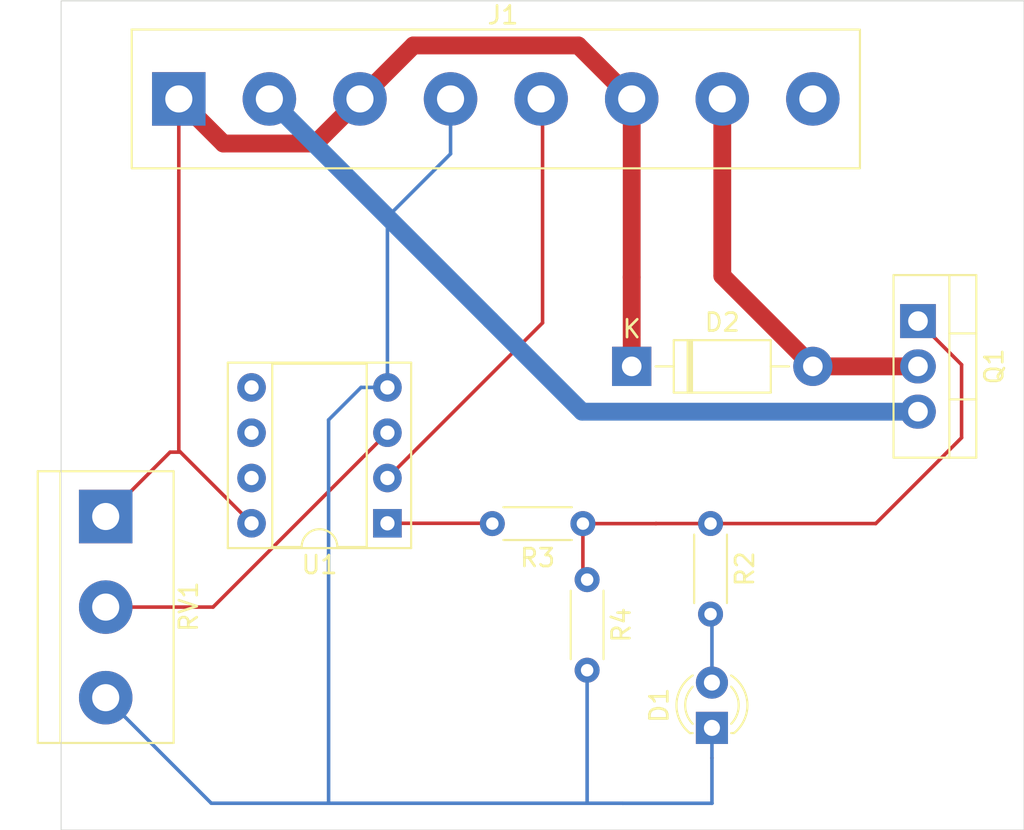
<source format=kicad_pcb>
(kicad_pcb (version 20240108) (generator "pcbnew") (generator_version "8.0")
  (layers (0 "F.Cu" signal) (31 "B.Cu" signal) (34 "B.Paste" user) (35 "F.Paste" user) (36 "B.SilkS" user "B.Silkscreen") (37 "F.SilkS" user "F.Silkscreen") (38 "B.Mask" user) (39 "F.Mask" user) (44 "Edge.Cuts" user))
  (net 0 "")
  (net 1 "/COIL-")
  (net 3 "GND")
  (net 4 "/HALL_OUT")
  (net 5 "Net-(Q1-G)")
  (net 6 "Net-(R3-Pad2)")
  (net 7 "Net-(D1-A)")
  (net 8 "Net-(U1A-+)")
  (net 9 "VCC")
  (footprint "Resistor_THT:R_Axial_DIN0204_L3.6mm_D1.6mm_P5.08mm_Horizontal" (layer "F.Cu") (at 57.922038 82.813918 -90)
    (property "Reference" "R2" (at 2.54 -1.92 90) (layer "F.SilkS"))
    (property "Value" "1k8")
    (fp_line (start 0.62 0.92) (end 4.46 0.92) (stroke (width 0.12)) (layer "F.SilkS"))
    (fp_line (start 0.62 -0.92) (end 4.46 -0.92) (stroke (width 0.12)) (layer "F.SilkS"))
    (pad "1" thru_hole circle (at 0 0 270) (size 1.4 1.4) (drill 0.7) (layers "*.Cu" "*.Mask") (net 5 "Net-(Q1-G)"))
    (pad "2" thru_hole oval (at 5.08 0 270) (size 1.4 1.4) (drill 0.7) (layers "*.Cu" "*.Mask") (net 7 "Net-(D1-A)"))
  )
  (footprint "LED_THT:LED_D3.0mm" (layer "F.Cu") (at 58 94.275 90)
    (property "Reference" "D1" (at 1.27 -2.96 90) (layer "F.SilkS"))
    (property "Value" "LED")
    (fp_line (start -0.29 -1.236) (end -0.29 -1.08) (stroke (width 0.12)) (layer "F.SilkS"))
    (fp_line (start -0.29 1.08) (end -0.29 1.236) (stroke (width 0.12)) (layer "F.SilkS"))
    (fp_arc (start -0.29 -1.235516) (mid 1.366487 -1.987659) (end 2.942335 -1.078608) (stroke (width 0.12)) (layer "F.SilkS"))
    (fp_arc (start 0.229039 -1.08) (mid 1.270117 -1.5) (end 2.31113 -1.079837) (stroke (width 0.12)) (layer "F.SilkS"))
    (fp_arc (start 2.942335 1.078608) (mid 1.366487 1.987659) (end -0.29 1.235516) (stroke (width 0.12)) (layer "F.SilkS"))
    (fp_arc (start 2.31113 1.079837) (mid 1.270117 1.5) (end 0.229039 1.08) (stroke (width 0.12)) (layer "F.SilkS"))
    (pad "1" thru_hole rect (at 0 0 90) (size 1.8 1.8) (drill 0.9) (layers "*.Cu" "*.Mask") (net 3 "GND"))
    (pad "2" thru_hole circle (at 2.54 0 90) (size 1.8 1.8) (drill 0.9) (layers "*.Cu" "*.Mask") (net 7 "Net-(D1-A)"))
  )
  (footprint "TerminalBlock:TerminalBlock_bornier-8_P5.08mm" (layer "F.Cu") (at 28.1 59)
    (property "Reference" "J1" (at 18.18 -4.7 0) (layer "F.SilkS"))
    (property "Value" "Screw_Terminal_01x08")
    (fp_rect (start -2.64 -3.89) (end 38.2 3.89) (stroke (width 0.12)) (fill none) (layer "F.SilkS"))
    (pad "1" thru_hole rect (at 0 0) (size 3 3) (drill 1.52) (layers "*.Cu" "*.Mask") (net 9 "VCC"))
    (pad "2" thru_hole circle (at 5.08 0) (size 3 3) (drill 1.52) (layers "*.Cu" "*.Mask") (net 3 "GND"))
    (pad "3" thru_hole circle (at 10.16 0) (size 3 3) (drill 1.52) (layers "*.Cu" "*.Mask") (net 9 "VCC"))
    (pad "4" thru_hole circle (at 15.24 0) (size 3 3) (drill 1.52) (layers "*.Cu" "*.Mask") (net 3 "GND"))
    (pad "5" thru_hole circle (at 20.32 0) (size 3 3) (drill 1.52) (layers "*.Cu" "*.Mask") (net 4 "/HALL_OUT"))
    (pad "6" thru_hole circle (at 25.4 0) (size 3 3) (drill 1.52) (layers "*.Cu" "*.Mask") (net 9 "VCC"))
    (pad "7" thru_hole circle (at 30.48 0) (size 3 3) (drill 1.52) (layers "*.Cu" "*.Mask") (net 1 "/COIL-"))
    (pad "8" thru_hole circle (at 35.56 0) (size 3 3) (drill 1.52) (layers "*.Cu" "*.Mask"))
  )
  (footprint "Diode_THT:D_DO-41_SOD81_P10.16mm_Horizontal" (layer "F.Cu") (at 53.5 74)
    (property "Reference" "D2" (at 5.08 -2.47 0) (layer "F.SilkS"))
    (property "Value" "1N4007")
    (fp_line (start 1.34 0) (end 2.36 0) (stroke (width 0.12)) (layer "F.SilkS"))
    (fp_line (start 2.36 -1.47) (end 2.36 1.47) (stroke (width 0.12)) (layer "F.SilkS"))
    (fp_line (start 2.36 1.47) (end 7.8 1.47) (stroke (width 0.12)) (layer "F.SilkS"))
    (fp_line (start 3.14 -1.47) (end 3.14 1.47) (stroke (width 0.12)) (layer "F.SilkS"))
    (fp_line (start 3.26 -1.47) (end 3.26 1.47) (stroke (width 0.12)) (layer "F.SilkS"))
    (fp_line (start 3.38 -1.47) (end 3.38 1.47) (stroke (width 0.12)) (layer "F.SilkS"))
    (fp_line (start 7.8 -1.47) (end 2.36 -1.47) (stroke (width 0.12)) (layer "F.SilkS"))
    (fp_line (start 7.8 1.47) (end 7.8 -1.47) (stroke (width 0.12)) (layer "F.SilkS"))
    (fp_line (start 8.82 0) (end 7.8 0) (stroke (width 0.12)) (layer "F.SilkS"))
    (fp_text user "K" (at 0 -2.1 0) (layer "F.SilkS"))
    (pad "1" thru_hole rect (at 0 0) (size 2.2 2.2) (drill 1.1) (layers "*.Cu" "*.Mask") (net 9 "VCC"))
    (pad "2" thru_hole oval (at 10.16 0) (size 2.2 2.2) (drill 1.1) (layers "*.Cu" "*.Mask") (net 1 "/COIL-"))
  )
  (footprint "TerminalBlock:TerminalBlock_bornier-3_P5.08mm" (layer "F.Cu") (at 24 82.42 -90)
    (property "Reference" "RV1" (at 5.05 -4.65 90) (layer "F.SilkS"))
    (property "Value" "R10k")
    (fp_line (start -2.54 3.81) (end 12.7 3.81) (stroke (width 0.12)) (layer "F.SilkS"))
    (fp_line (start -2.54 3.81) (end -2.54 -3.81) (stroke (width 0.12)) (layer "F.SilkS"))
    (fp_line (start 12.7 3.81) (end 12.7 -3.81) (stroke (width 0.12)) (layer "F.SilkS"))
    (fp_line (start -2.54 2.54) (end 12.7 2.54) (stroke (width 0.12)) (layer "F.SilkS"))
    (fp_line (start -2.54 -3.81) (end 12.7 -3.81) (stroke (width 0.12)) (layer "F.SilkS"))
    (pad "1" thru_hole rect (at 0 0 270) (size 3 3) (drill 1.52) (layers "*.Cu" "*.Mask") (net 9 "VCC"))
    (pad "2" thru_hole circle (at 5.08 0 270) (size 3 3) (drill 1.52) (layers "*.Cu" "*.Mask") (net 8 "Net-(U1A-+)"))
    (pad "3" thru_hole circle (at 10.16 0 270) (size 3 3) (drill 1.52) (layers "*.Cu" "*.Mask") (net 3 "GND"))
  )
  (footprint "Package_DIP:DIP-8_W7.62mm_Socket" (layer "F.Cu") (at 39.8 82.8 180)
    (property "Reference" "U1" (at 3.81 -2.33 180) (layer "F.SilkS"))
    (property "Value" "LM358")
    (fp_line (start 8.95 9.01) (end 8.95 -1.39) (stroke (width 0.12)) (layer "F.SilkS"))
    (fp_line (start 8.95 -1.39) (end -1.33 -1.39) (stroke (width 0.12)) (layer "F.SilkS"))
    (fp_line (start 6.46 8.95) (end 6.46 -1.33) (stroke (width 0.12)) (layer "F.SilkS"))
    (fp_line (start 6.46 -1.33) (end 4.81 -1.33) (stroke (width 0.12)) (layer "F.SilkS"))
    (fp_line (start 2.81 -1.33) (end 1.16 -1.33) (stroke (width 0.12)) (layer "F.SilkS"))
    (fp_line (start 1.16 8.95) (end 6.46 8.95) (stroke (width 0.12)) (layer "F.SilkS"))
    (fp_line (start 1.16 -1.33) (end 1.16 8.95) (stroke (width 0.12)) (layer "F.SilkS"))
    (fp_line (start -1.33 9.01) (end 8.95 9.01) (stroke (width 0.12)) (layer "F.SilkS"))
    (fp_line (start -1.33 -1.39) (end -1.33 9.01) (stroke (width 0.12)) (layer "F.SilkS"))
    (fp_arc (start 4.81 -1.33) (mid 3.81 -0.33) (end 2.81 -1.33) (stroke (width 0.12)) (layer "F.SilkS"))
    (pad "1" thru_hole rect (at 0 0 180) (size 1.6 1.6) (drill 0.8) (layers "*.Cu" "*.Mask") (net 6 "Net-(R3-Pad2)"))
    (pad "2" thru_hole oval (at 0 2.54 180) (size 1.6 1.6) (drill 0.8) (layers "*.Cu" "*.Mask") (net 4 "/HALL_OUT"))
    (pad "3" thru_hole oval (at 0 5.08 180) (size 1.6 1.6) (drill 0.8) (layers "*.Cu" "*.Mask") (net 8 "Net-(U1A-+)"))
    (pad "4" thru_hole oval (at 0 7.62 180) (size 1.6 1.6) (drill 0.8) (layers "*.Cu" "*.Mask") (net 3 "GND"))
    (pad "5" thru_hole oval (at 7.62 7.62 180) (size 1.6 1.6) (drill 0.8) (layers "*.Cu" "*.Mask"))
    (pad "6" thru_hole oval (at 7.62 5.08 180) (size 1.6 1.6) (drill 0.8) (layers "*.Cu" "*.Mask"))
    (pad "7" thru_hole oval (at 7.62 2.54 180) (size 1.6 1.6) (drill 0.8) (layers "*.Cu" "*.Mask"))
    (pad "8" thru_hole oval (at 7.62 0 180) (size 1.6 1.6) (drill 0.8) (layers "*.Cu" "*.Mask") (net 9 "VCC"))
  )
  (footprint "Resistor_THT:R_Axial_DIN0204_L3.6mm_D1.6mm_P5.08mm_Horizontal" (layer "F.Cu") (at 50.762432 82.817645 180)
    (property "Reference" "R3" (at 2.54 -1.92 180) (layer "F.SilkS"))
    (property "Value" "100")
    (fp_line (start 0.62 0.92) (end 4.46 0.92) (stroke (width 0.12)) (layer "F.SilkS"))
    (fp_line (start 0.62 -0.92) (end 4.46 -0.92) (stroke (width 0.12)) (layer "F.SilkS"))
    (pad "1" thru_hole circle (at 0 0 180) (size 1.4 1.4) (drill 0.7) (layers "*.Cu" "*.Mask") (net 5 "Net-(Q1-G)"))
    (pad "2" thru_hole oval (at 5.08 0 180) (size 1.4 1.4) (drill 0.7) (layers "*.Cu" "*.Mask") (net 6 "Net-(R3-Pad2)"))
  )
  (footprint "Resistor_THT:R_Axial_DIN0204_L3.6mm_D1.6mm_P5.08mm_Horizontal" (layer "F.Cu") (at 51 85.96 -90)
    (property "Reference" "R4" (at 2.54 -1.92 90) (layer "F.SilkS"))
    (property "Value" "10k")
    (fp_line (start 0.62 0.92) (end 4.46 0.92) (stroke (width 0.12)) (layer "F.SilkS"))
    (fp_line (start 0.62 -0.92) (end 4.46 -0.92) (stroke (width 0.12)) (layer "F.SilkS"))
    (pad "1" thru_hole circle (at 0 0 270) (size 1.4 1.4) (drill 0.7) (layers "*.Cu" "*.Mask") (net 5 "Net-(Q1-G)"))
    (pad "2" thru_hole oval (at 5.08 0 270) (size 1.4 1.4) (drill 0.7) (layers "*.Cu" "*.Mask") (net 3 "GND"))
  )
  (footprint "Package_TO_SOT_THT:TO-220-3_Vertical" (layer "F.Cu") (at 69.555 71.46 -90)
    (property "Reference" "Q1" (at 2.54 -4.27 90) (layer "F.SilkS"))
    (property "Value" "AOD4184A")
    (fp_line (start -2.58 1.371) (end 7.66 1.371) (stroke (width 0.12)) (layer "F.SilkS"))
    (fp_line (start -2.58 -1.76) (end 7.66 -1.76) (stroke (width 0.12)) (layer "F.SilkS"))
    (fp_line (start -2.58 -3.27) (end -2.58 1.371) (stroke (width 0.12)) (layer "F.SilkS"))
    (fp_line (start -2.58 -3.27) (end 7.66 -3.27) (stroke (width 0.12)) (layer "F.SilkS"))
    (fp_line (start 0.69 -3.27) (end 0.69 -1.76) (stroke (width 0.12)) (layer "F.SilkS"))
    (fp_line (start 4.391 -3.27) (end 4.391 -1.76) (stroke (width 0.12)) (layer "F.SilkS"))
    (fp_line (start 7.66 -3.27) (end 7.66 1.371) (stroke (width 0.12)) (layer "F.SilkS"))
    (pad "1" thru_hole rect (at 0 0 270) (size 1.905 2) (drill 1.1) (layers "*.Cu" "*.Mask") (net 5 "Net-(Q1-G)"))
    (pad "2" thru_hole oval (at 2.54 0 270) (size 1.905 2) (drill 1.1) (layers "*.Cu" "*.Mask") (net 1 "/COIL-"))
    (pad "3" thru_hole oval (at 5.08 0 270) (size 1.905 2) (drill 1.1) (layers "*.Cu" "*.Mask") (net 3 "GND"))
  )
  (gr_rect (start 21.5 53.5) (end 75.5 100) (stroke (width 0.05)) (fill none) (layer "Edge.Cuts"))
  (segment (start 58.58 59) (end 58.58 68.92) (width 1) (layer "F.Cu") (net 1))
  (segment (start 63.66 74) (end 69.84 74) (width 1) (layer "F.Cu") (net 1))
  (segment (start 58.58 68.92) (end 63.66 74) (width 1) (layer "F.Cu") (net 1))
  (segment (start 58 95.962097) (end 58.000483 95.96258) (width 0.2) (layer "F.Cu") (net 3))
  (segment (start 33.18 59) (end 39.8 65.62) (width 0.2) (layer "B.Cu") (net 3))
  (segment (start 50.72 76.54) (end 45.59 71.41) (width 1) (layer "B.Cu") (net 3))
  (segment (start 53.00258 98.50258) (end 58.000483 98.50258) (width 0.2) (layer "B.Cu") (net 3))
  (segment (start 51 98.5) (end 53 98.5) (width 0.2) (layer "B.Cu") (net 3))
  (segment (start 36.5 77) (end 36.5 98.5) (width 0.2) (layer "B.Cu") (net 3))
  (segment (start 38.32 75.18) (end 36.5 77) (width 0.2) (layer "B.Cu") (net 3))
  (segment (start 39.8 65.62) (end 39.8 75.18) (width 0.2) (layer "B.Cu") (net 3))
  (segment (start 58 98.502097) (end 58 94.275) (width 0.2) (layer "B.Cu") (net 3))
  (segment (start 58.000483 98.50258) (end 58 98.502097) (width 0.2) (layer "B.Cu") (net 3))
  (segment (start 29.92 98.5) (end 36.5 98.5) (width 0.2) (layer "B.Cu") (net 3))
  (segment (start 24 92.58) (end 29.92 98.5) (width 0.2) (layer "B.Cu") (net 3))
  (segment (start 43.34 62.08) (end 39.8 65.62) (width 0.2) (layer "B.Cu") (net 3))
  (segment (start 45.59 71.41) (end 33.18 59) (width 1) (layer "B.Cu") (net 3))
  (segment (start 51 98.5) (end 36.5 98.5) (width 0.2) (layer "B.Cu") (net 3))
  (segment (start 51 91.04) (end 51 98.5) (width 0.2) (layer "B.Cu") (net 3))
  (segment (start 69.555 76.54) (end 50.72 76.54) (width 1) (layer "B.Cu") (net 3))
  (segment (start 43.34 59) (end 43.34 62.08) (width 0.2) (layer "B.Cu") (net 3))
  (segment (start 53 98.5) (end 53.00258 98.50258) (width 0.2) (layer "B.Cu") (net 3))
  (segment (start 39.8 75.18) (end 38.32 75.18) (width 0.2) (layer "B.Cu") (net 3))
  (segment (start 48.5 71.56) (end 39.8 80.26) (width 0.2) (layer "F.Cu") (net 4))
  (segment (start 48.42 59) (end 48.5 59.08) (width 0.2) (layer "F.Cu") (net 4))
  (segment (start 48.5 59.08) (end 48.5 71.56) (width 0.2) (layer "F.Cu") (net 4))
  (segment (start 54.857645 82.817645) (end 54.861372 82.813918) (width 0.2) (layer "F.Cu") (net 5))
  (segment (start 50.762432 85.722432) (end 51 85.96) (width 0.2) (layer "F.Cu") (net 5))
  (segment (start 72 78) (end 72 73.905) (width 0.2) (layer "F.Cu") (net 5))
  (segment (start 50.762432 82.817645) (end 50.762432 85.722432) (width 0.2) (layer "F.Cu") (net 5))
  (segment (start 72 73.905) (end 69.555 71.46) (width 0.2) (layer "F.Cu") (net 5))
  (segment (start 50.762432 82.817645) (end 54.857645 82.817645) (width 0.2) (layer "F.Cu") (net 5))
  (segment (start 54.861372 82.813918) (end 57.922038 82.813918) (width 0.2) (layer "F.Cu") (net 5))
  (segment (start 67.186082 82.813918) (end 72 78) (width 0.2) (layer "F.Cu") (net 5))
  (segment (start 57.922038 82.813918) (end 67.186082 82.813918) (width 0.2) (layer "F.Cu") (net 5))
  (segment (start 45.664787 82.8) (end 45.682432 82.817645) (width 0.2) (layer "F.Cu") (net 6))
  (segment (start 39.8 82.8) (end 45.664787 82.8) (width 0.2) (layer "F.Cu") (net 6))
  (segment (start 57.922038 87.893918) (end 57.922038 87.922038) (width 0.2) (layer "B.Cu") (net 7))
  (segment (start 58 88) (end 58 91.735) (width 0.2) (layer "B.Cu") (net 7))
  (segment (start 57.922038 87.922038) (end 58 88) (width 0.2) (layer "B.Cu") (net 7))
  (segment (start 24 87.5) (end 30.02 87.5) (width 0.2) (layer "F.Cu") (net 8))
  (segment (start 30.02 87.5) (end 39.8 77.72) (width 0.2) (layer "F.Cu") (net 8))
  (segment (start 27.61 78.81) (end 28.19 78.81) (width 0.2) (layer "F.Cu") (net 9))
  (segment (start 28.19 78.81) (end 32.18 82.8) (width 0.2) (layer "F.Cu") (net 9))
  (segment (start 35.76 61.5) (end 38.26 59) (width 1) (layer "F.Cu") (net 9))
  (segment (start 53.5 59) (end 53.5 69) (width 1) (layer "F.Cu") (net 9))
  (segment (start 53.5 69) (end 53.5 74) (width 1) (layer "F.Cu") (net 9))
  (segment (start 24 82.42) (end 27.61 78.81) (width 0.2) (layer "F.Cu") (net 9))
  (segment (start 41.26 56) (end 50.5 56) (width 1) (layer "F.Cu") (net 9))
  (segment (start 28.1 59) (end 28.1 78.72) (width 0.2) (layer "F.Cu") (net 9))
  (segment (start 50.5 56) (end 53.5 59) (width 1) (layer "F.Cu") (net 9))
  (segment (start 53.5 74) (end 53.58 74) (width 0.2) (layer "F.Cu") (net 9))
  (segment (start 28.1 78.72) (end 28.19 78.81) (width 0.2) (layer "F.Cu") (net 9))
  (segment (start 30.6 61.5) (end 35.76 61.5) (width 1) (layer "F.Cu") (net 9))
  (segment (start 28.1 59) (end 30.6 61.5) (width 1) (layer "F.Cu") (net 9))
  (segment (start 38.26 59) (end 41.26 56) (width 1) (layer "F.Cu") (net 9))
)
</source>
